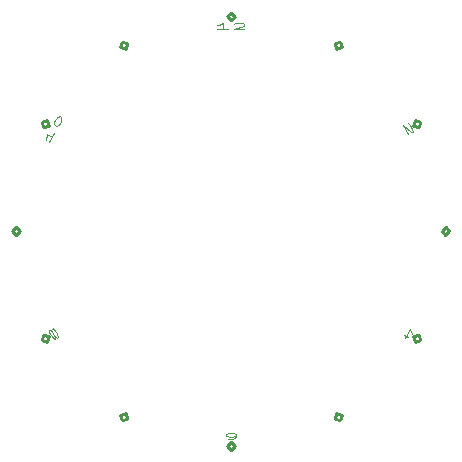
<source format=gbr>
%TF.GenerationSoftware,KiCad,Pcbnew,6.0.7-1.fc35*%
%TF.CreationDate,2022-12-09T22:28:57+01:00*%
%TF.ProjectId,ring,72696e67-2e6b-4696-9361-645f70636258,rev?*%
%TF.SameCoordinates,Original*%
%TF.FileFunction,Soldermask,Top*%
%TF.FilePolarity,Negative*%
%FSLAX46Y46*%
G04 Gerber Fmt 4.6, Leading zero omitted, Abs format (unit mm)*
G04 Created by KiCad (PCBNEW 6.0.7-1.fc35) date 2022-12-09 22:28:57*
%MOMM*%
%LPD*%
G01*
G04 APERTURE LIST*
%ADD10C,0.250000*%
%ADD11C,0.125000*%
G04 APERTURE END LIST*
D10*
X169640000Y-95100000D02*
X169300000Y-95430000D01*
X167161470Y-104350000D02*
X167045682Y-103890551D01*
X141890000Y-111121470D02*
X142349449Y-111005682D01*
X135234318Y-86309449D02*
X135693767Y-86193661D01*
X160390000Y-79078530D02*
X160505788Y-79537979D01*
X169640000Y-95100000D02*
X169310000Y-94760000D01*
X167161470Y-104350000D02*
X166702021Y-104465788D01*
X151140000Y-76600000D02*
X150800000Y-76930000D01*
X169300000Y-95430000D02*
X168970000Y-95090000D01*
X166705682Y-85720551D02*
X166576233Y-86176339D01*
X160390000Y-111121470D02*
X159934212Y-110992021D01*
X141760551Y-79534318D02*
X142216339Y-79663767D01*
X132980000Y-94770000D02*
X133310000Y-95110000D01*
X167032021Y-86305788D02*
X166576233Y-86176339D01*
X135574318Y-104479449D02*
X135703767Y-104023661D01*
X151470000Y-76940000D02*
X151130000Y-77270000D01*
X142345788Y-79207979D02*
X142216339Y-79663767D01*
X135247979Y-103894212D02*
X135703767Y-104023661D01*
X132640000Y-95100000D02*
X132970000Y-95440000D01*
X160519449Y-110665682D02*
X160063661Y-110536233D01*
X151140000Y-113600000D02*
X151480000Y-113270000D01*
X150810000Y-113260000D02*
X151150000Y-112930000D01*
X169310000Y-94760000D02*
X168970000Y-95090000D01*
X135118530Y-85850000D02*
X135577979Y-85734212D01*
X150800000Y-76930000D02*
X151130000Y-77270000D01*
X135118530Y-104350000D02*
X135247979Y-103894212D01*
X151480000Y-113270000D02*
X151150000Y-112930000D01*
X142349449Y-111005682D02*
X142233661Y-110546233D01*
X159934212Y-110992021D02*
X160063661Y-110536233D01*
X141774212Y-110662021D02*
X142233661Y-110546233D01*
X167045682Y-103890551D02*
X166586233Y-104006339D01*
X159930551Y-79194318D02*
X160046339Y-79653767D01*
X135118530Y-104350000D02*
X135574318Y-104479449D01*
X167161470Y-85850000D02*
X166705682Y-85720551D01*
X141890000Y-79078530D02*
X141760551Y-79534318D01*
X160505788Y-79537979D02*
X160046339Y-79653767D01*
X151140000Y-76600000D02*
X151470000Y-76940000D01*
X167161470Y-85850000D02*
X167032021Y-86305788D01*
X151140000Y-113600000D02*
X150810000Y-113260000D01*
X160390000Y-79078530D02*
X159930551Y-79194318D01*
X141890000Y-79078530D02*
X142345788Y-79207979D01*
X135118530Y-85850000D02*
X135234318Y-86309449D01*
X132970000Y-95440000D02*
X133310000Y-95110000D01*
X160390000Y-111121470D02*
X160519449Y-110665682D01*
X166702021Y-104465788D02*
X166586233Y-104006339D01*
X141890000Y-111121470D02*
X141774212Y-110662021D01*
X135577979Y-85734212D02*
X135693767Y-86193661D01*
X132640000Y-95100000D02*
X132980000Y-94770000D01*
D11*
X136151567Y-103918116D02*
X136202376Y-104053739D01*
X136217470Y-104127503D01*
X136211945Y-104213171D01*
X136191326Y-104225076D01*
X136114372Y-104187027D01*
X136058038Y-104137072D01*
X135965990Y-104025259D01*
X135823133Y-103777823D01*
X135772324Y-103642201D01*
X135757229Y-103568437D01*
X135762754Y-103482768D01*
X135783374Y-103470864D01*
X135860328Y-103508913D01*
X135916662Y-103558867D01*
X136008710Y-103670680D01*
X136151567Y-103918116D01*
X136243615Y-104029929D01*
X136299949Y-104079884D01*
X136376903Y-104117933D01*
X136459381Y-104070314D01*
X136464906Y-103984646D01*
X136449812Y-103910882D01*
X136399003Y-103775259D01*
X136256146Y-103527823D01*
X136164097Y-103416010D01*
X136107763Y-103366056D01*
X136030810Y-103328007D01*
X135948331Y-103375626D01*
X135942806Y-103461294D01*
X135957901Y-103535058D01*
X136008710Y-103670680D01*
X166097883Y-104066268D02*
X165809208Y-103899601D01*
X166441411Y-103852211D02*
X166310688Y-103364345D01*
X165846402Y-104168511D01*
X150853925Y-112703707D02*
X151139640Y-112703707D01*
X151282497Y-112679898D01*
X151353925Y-112656088D01*
X151496782Y-112584659D01*
X151568211Y-112489421D01*
X151568211Y-112298945D01*
X151496782Y-112251326D01*
X151425354Y-112227517D01*
X151282497Y-112203707D01*
X150996782Y-112203707D01*
X150853925Y-112227517D01*
X150782497Y-112251326D01*
X150711068Y-112298945D01*
X150711068Y-112417993D01*
X150782497Y-112465612D01*
X150853925Y-112489421D01*
X150996782Y-112513231D01*
X151282497Y-112513231D01*
X151425354Y-112489421D01*
X151496782Y-112465612D01*
X151568211Y-112417993D01*
X136185077Y-86795270D02*
X135756506Y-87537577D01*
X135970791Y-87166423D02*
X135537779Y-86916423D01*
X135528209Y-87075856D01*
X135498020Y-87223383D01*
X135447211Y-87359006D01*
X136216350Y-85741103D02*
X136287779Y-85617385D01*
X136379827Y-85505572D01*
X136436161Y-85455618D01*
X136513114Y-85417568D01*
X136631307Y-85403329D01*
X136734406Y-85462852D01*
X136781170Y-85572330D01*
X136786695Y-85657999D01*
X136771600Y-85731763D01*
X136720791Y-85867385D01*
X136649363Y-85991103D01*
X136557315Y-86102916D01*
X136500981Y-86152870D01*
X136424027Y-86190920D01*
X136305834Y-86205160D01*
X136202736Y-86145636D01*
X136155972Y-86036158D01*
X136150447Y-85950490D01*
X136165541Y-85876726D01*
X136216350Y-85741103D01*
X166129912Y-85951114D02*
X166186246Y-86001068D01*
X166278295Y-86112881D01*
X166456866Y-86422176D01*
X166507675Y-86557798D01*
X166522770Y-86631562D01*
X166517245Y-86717231D01*
X166476005Y-86741040D01*
X166378432Y-86714895D01*
X165702425Y-86115445D01*
X166166711Y-86919611D01*
X150854645Y-77996292D02*
X149997502Y-77996292D01*
X150426074Y-77996292D02*
X150426074Y-77496292D01*
X150283217Y-77567721D01*
X150140360Y-77615340D01*
X149997502Y-77639149D01*
X151426074Y-77543911D02*
X151497502Y-77520102D01*
X151640360Y-77496292D01*
X151997502Y-77496292D01*
X152140360Y-77520102D01*
X152211788Y-77543911D01*
X152283217Y-77591530D01*
X152283217Y-77639149D01*
X152211788Y-77710578D01*
X151354645Y-77996292D01*
X152283217Y-77996292D01*
M02*

</source>
